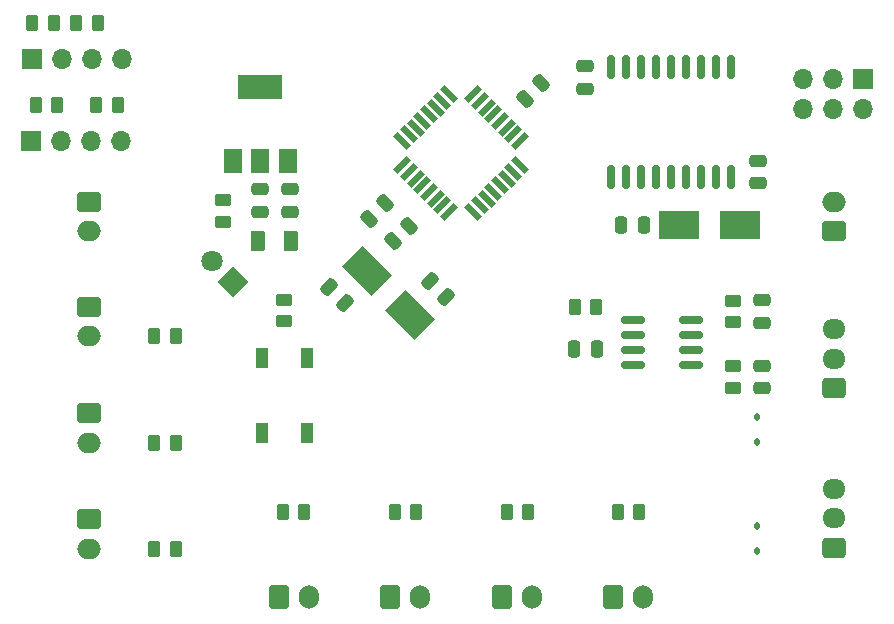
<source format=gts>
G04 #@! TF.GenerationSoftware,KiCad,Pcbnew,7.0.5*
G04 #@! TF.CreationDate,2024-08-04T19:03:28+08:00*
G04 #@! TF.ProjectId,Vehicle_Control_Unit_VCU_V1,56656869-636c-4655-9f43-6f6e74726f6c,rev?*
G04 #@! TF.SameCoordinates,Original*
G04 #@! TF.FileFunction,Soldermask,Top*
G04 #@! TF.FilePolarity,Negative*
%FSLAX46Y46*%
G04 Gerber Fmt 4.6, Leading zero omitted, Abs format (unit mm)*
G04 Created by KiCad (PCBNEW 7.0.5) date 2024-08-04 19:03:28*
%MOMM*%
%LPD*%
G01*
G04 APERTURE LIST*
G04 Aperture macros list*
%AMRoundRect*
0 Rectangle with rounded corners*
0 $1 Rounding radius*
0 $2 $3 $4 $5 $6 $7 $8 $9 X,Y pos of 4 corners*
0 Add a 4 corners polygon primitive as box body*
4,1,4,$2,$3,$4,$5,$6,$7,$8,$9,$2,$3,0*
0 Add four circle primitives for the rounded corners*
1,1,$1+$1,$2,$3*
1,1,$1+$1,$4,$5*
1,1,$1+$1,$6,$7*
1,1,$1+$1,$8,$9*
0 Add four rect primitives between the rounded corners*
20,1,$1+$1,$2,$3,$4,$5,0*
20,1,$1+$1,$4,$5,$6,$7,0*
20,1,$1+$1,$6,$7,$8,$9,0*
20,1,$1+$1,$8,$9,$2,$3,0*%
%AMRotRect*
0 Rectangle, with rotation*
0 The origin of the aperture is its center*
0 $1 length*
0 $2 width*
0 $3 Rotation angle, in degrees counterclockwise*
0 Add horizontal line*
21,1,$1,$2,0,0,$3*%
G04 Aperture macros list end*
%ADD10RoundRect,0.250000X-0.750000X0.600000X-0.750000X-0.600000X0.750000X-0.600000X0.750000X0.600000X0*%
%ADD11O,2.000000X1.700000*%
%ADD12RotRect,1.800000X1.800000X135.000000*%
%ADD13C,1.800000*%
%ADD14RoundRect,0.250000X0.725000X-0.600000X0.725000X0.600000X-0.725000X0.600000X-0.725000X-0.600000X0*%
%ADD15O,1.950000X1.700000*%
%ADD16RoundRect,0.250000X0.262500X0.450000X-0.262500X0.450000X-0.262500X-0.450000X0.262500X-0.450000X0*%
%ADD17R,1.000000X1.700000*%
%ADD18RoundRect,0.250000X0.750000X-0.600000X0.750000X0.600000X-0.750000X0.600000X-0.750000X-0.600000X0*%
%ADD19RoundRect,0.250000X0.159099X-0.512652X0.512652X-0.159099X-0.159099X0.512652X-0.512652X0.159099X0*%
%ADD20R,1.500000X2.000000*%
%ADD21R,3.800000X2.000000*%
%ADD22RoundRect,0.250000X-0.159099X0.512652X-0.512652X0.159099X0.159099X-0.512652X0.512652X-0.159099X0*%
%ADD23RoundRect,0.250000X-0.600000X-0.750000X0.600000X-0.750000X0.600000X0.750000X-0.600000X0.750000X0*%
%ADD24O,1.700000X2.000000*%
%ADD25RoundRect,0.250000X0.475000X-0.250000X0.475000X0.250000X-0.475000X0.250000X-0.475000X-0.250000X0*%
%ADD26RoundRect,0.250000X-0.250000X-0.475000X0.250000X-0.475000X0.250000X0.475000X-0.250000X0.475000X0*%
%ADD27RoundRect,0.250000X-0.512652X-0.159099X-0.159099X-0.512652X0.512652X0.159099X0.159099X0.512652X0*%
%ADD28RoundRect,0.150000X0.150000X-0.875000X0.150000X0.875000X-0.150000X0.875000X-0.150000X-0.875000X0*%
%ADD29RotRect,3.500000X2.400000X135.000000*%
%ADD30R,1.700000X1.700000*%
%ADD31O,1.700000X1.700000*%
%ADD32RoundRect,0.150000X-0.825000X-0.150000X0.825000X-0.150000X0.825000X0.150000X-0.825000X0.150000X0*%
%ADD33RoundRect,0.250000X0.450000X-0.262500X0.450000X0.262500X-0.450000X0.262500X-0.450000X-0.262500X0*%
%ADD34RoundRect,0.250000X-0.375000X-0.625000X0.375000X-0.625000X0.375000X0.625000X-0.375000X0.625000X0*%
%ADD35RoundRect,0.250000X-0.450000X0.262500X-0.450000X-0.262500X0.450000X-0.262500X0.450000X0.262500X0*%
%ADD36RoundRect,0.250000X-0.475000X0.250000X-0.475000X-0.250000X0.475000X-0.250000X0.475000X0.250000X0*%
%ADD37R,3.500000X2.400000*%
%ADD38RoundRect,0.250000X-0.262500X-0.450000X0.262500X-0.450000X0.262500X0.450000X-0.262500X0.450000X0*%
%ADD39RoundRect,0.112500X0.112500X-0.187500X0.112500X0.187500X-0.112500X0.187500X-0.112500X-0.187500X0*%
%ADD40RotRect,1.600000X0.550000X45.000000*%
%ADD41RotRect,1.600000X0.550000X135.000000*%
G04 APERTURE END LIST*
D10*
X122350000Y-111500000D03*
D11*
X122350000Y-114000000D03*
D12*
X134551561Y-100401561D03*
D13*
X132755510Y-98605510D03*
D14*
X185450000Y-109400000D03*
D15*
X185450000Y-106900000D03*
X185450000Y-104400000D03*
D16*
X140562500Y-119900000D03*
X138737500Y-119900000D03*
D17*
X140750000Y-113150000D03*
X140750000Y-106850000D03*
X136950000Y-113150000D03*
X136950000Y-106850000D03*
D18*
X185450000Y-96100000D03*
D11*
X185450000Y-93600000D03*
D16*
X165262500Y-102500000D03*
X163437500Y-102500000D03*
D14*
X185450000Y-122900000D03*
D15*
X185450000Y-120400000D03*
X185450000Y-117900000D03*
D19*
X146078249Y-95071751D03*
X147421751Y-93728249D03*
D16*
X123062500Y-78500000D03*
X121237500Y-78500000D03*
D20*
X134550000Y-90150000D03*
X136850000Y-90150000D03*
D21*
X136850000Y-83850000D03*
D20*
X139150000Y-90150000D03*
D22*
X160621751Y-83528249D03*
X159278249Y-84871751D03*
D16*
X168937500Y-119900000D03*
X167112500Y-119900000D03*
D23*
X138425000Y-127100000D03*
D24*
X140925000Y-127100000D03*
D25*
X136850000Y-94450000D03*
X136850000Y-92550000D03*
D26*
X163400000Y-106100000D03*
X165300000Y-106100000D03*
D27*
X142678249Y-100828249D03*
X144021751Y-102171751D03*
D28*
X166520000Y-91500000D03*
X167790000Y-91500000D03*
X169060000Y-91500000D03*
X170330000Y-91500000D03*
X171600000Y-91500000D03*
X172870000Y-91500000D03*
X174140000Y-91500000D03*
X175410000Y-91500000D03*
X176680000Y-91500000D03*
X176680000Y-82200000D03*
X175410000Y-82200000D03*
X174140000Y-82200000D03*
X172870000Y-82200000D03*
X171600000Y-82200000D03*
X170330000Y-82200000D03*
X169060000Y-82200000D03*
X167790000Y-82200000D03*
X166520000Y-82200000D03*
D29*
X149526956Y-103176956D03*
X145850000Y-99500000D03*
D30*
X117510000Y-81500000D03*
D31*
X120050000Y-81500000D03*
X122590000Y-81500000D03*
X125130000Y-81500000D03*
D16*
X129662500Y-105000000D03*
X127837500Y-105000000D03*
D25*
X179350000Y-109400000D03*
X179350000Y-107500000D03*
D32*
X168375000Y-103595000D03*
X168375000Y-104865000D03*
X168375000Y-106135000D03*
X168375000Y-107405000D03*
X173325000Y-107405000D03*
X173325000Y-106135000D03*
X173325000Y-104865000D03*
X173325000Y-103595000D03*
D30*
X187875000Y-83225000D03*
D31*
X187875000Y-85765000D03*
X185335000Y-83225000D03*
X185335000Y-85765000D03*
X182795000Y-83225000D03*
X182795000Y-85765000D03*
D26*
X167400000Y-95600000D03*
X169300000Y-95600000D03*
D33*
X133650000Y-95312500D03*
X133650000Y-93487500D03*
D16*
X159537500Y-119900000D03*
X157712500Y-119900000D03*
D34*
X136650000Y-96900000D03*
X139450000Y-96900000D03*
D10*
X122350000Y-102500000D03*
D11*
X122350000Y-105000000D03*
D16*
X129662500Y-123000000D03*
X127837500Y-123000000D03*
D35*
X138850000Y-101887500D03*
X138850000Y-103712500D03*
D27*
X151178249Y-100328249D03*
X152521751Y-101671751D03*
D36*
X178950000Y-90150000D03*
X178950000Y-92050000D03*
D25*
X139350000Y-94450000D03*
X139350000Y-92550000D03*
D37*
X177450000Y-95600000D03*
X172250000Y-95600000D03*
D16*
X129662500Y-114000000D03*
X127837500Y-114000000D03*
D30*
X117450000Y-88500000D03*
D31*
X119990000Y-88500000D03*
X122530000Y-88500000D03*
X125070000Y-88500000D03*
D10*
X122325000Y-120500000D03*
D11*
X122325000Y-123000000D03*
D35*
X176850000Y-107537500D03*
X176850000Y-109362500D03*
D16*
X124762500Y-85400000D03*
X122937500Y-85400000D03*
D25*
X164350000Y-84050000D03*
X164350000Y-82150000D03*
D38*
X117837500Y-85400000D03*
X119662500Y-85400000D03*
D39*
X178850000Y-123150000D03*
X178850000Y-121050000D03*
D23*
X166725000Y-127100000D03*
D24*
X169225000Y-127100000D03*
D36*
X179350000Y-101950000D03*
X179350000Y-103850000D03*
D33*
X176850000Y-103812500D03*
X176850000Y-101987500D03*
D10*
X122350000Y-93600000D03*
D11*
X122350000Y-96100000D03*
D23*
X157325000Y-127100000D03*
D24*
X159825000Y-127100000D03*
D19*
X148078249Y-96971751D03*
X149421751Y-95628249D03*
D16*
X150037500Y-119900000D03*
X148212500Y-119900000D03*
D39*
X178850000Y-113950000D03*
X178850000Y-111850000D03*
D23*
X147825000Y-127100000D03*
D24*
X150325000Y-127100000D03*
D40*
X148864897Y-90525305D03*
X149430583Y-91090990D03*
X149996268Y-91656676D03*
X150561953Y-92222361D03*
X151127639Y-92788047D03*
X151693324Y-93353732D03*
X152259010Y-93919417D03*
X152824695Y-94485103D03*
D41*
X154875305Y-94485103D03*
X155440990Y-93919417D03*
X156006676Y-93353732D03*
X156572361Y-92788047D03*
X157138047Y-92222361D03*
X157703732Y-91656676D03*
X158269417Y-91090990D03*
X158835103Y-90525305D03*
D40*
X158835103Y-88474695D03*
X158269417Y-87909010D03*
X157703732Y-87343324D03*
X157138047Y-86777639D03*
X156572361Y-86211953D03*
X156006676Y-85646268D03*
X155440990Y-85080583D03*
X154875305Y-84514897D03*
D41*
X152824695Y-84514897D03*
X152259010Y-85080583D03*
X151693324Y-85646268D03*
X151127639Y-86211953D03*
X150561953Y-86777639D03*
X149996268Y-87343324D03*
X149430583Y-87909010D03*
X148864897Y-88474695D03*
D16*
X119362500Y-78500000D03*
X117537500Y-78500000D03*
M02*

</source>
